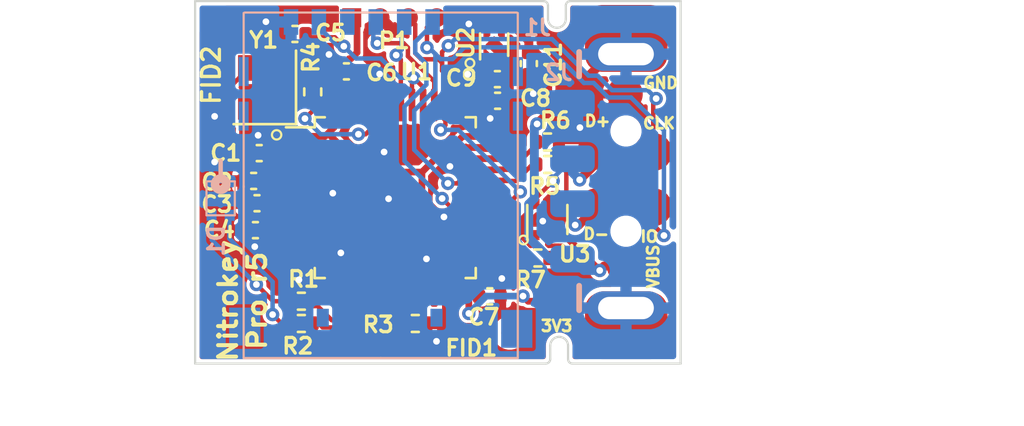
<source format=kicad_pcb>
(kicad_pcb (version 20171130) (host pcbnew 5.1.12-84ad8e8a86~92~ubuntu21.04.1)
  (title_block (title "Nitrokey Pro") (date "27 apr 2015") (rev R1))
  (layers (0 Front signal) (31 Back signal) (34 B.Paste user) (35 F.Paste user) (36 B.SilkS user) (37 F.SilkS user) (38 B.Mask user) (39 F.Mask user) (44 Edge.Cuts user))
  (net 0 "")
  (net 1 +3.3V)
  (net 2 /BOOT0)
  (net 3 /BOOT1)
  (net 4 /D+)
  (net 5 /D+_PLUG)
  (net 6 /D-)
  (net 7 /D-_PLUG)
  (net 8 /NRST)
  (net 9 /OSC_IN)
  (net 10 /OSC_OUT)
  (net 11 /SCCLK)
  (net 12 /SCRST)
  (net 13 /SCSDA)
  (net 14 /SCVCC)
  (net 15 /SWCLK)
  (net 16 /SWDIO)
  (net 17 /USB_EN)
  (net 18 /VBUS)
  (net 19 GND)
  (net 20 "Net-(D1-Pad1)")
  (net 21 "Net-(D1-Pad4)")
  (net 22 "Net-(U3-Pad1)")
  (net 23 /LED1)
  (net 24 /LED2)
  (net 25 "Net-(J1-Pad6)")
  (net 26 "Net-(U1-Pad46)")
  (net 27 "Net-(U1-Pad45)")
  (net 28 "Net-(U1-Pad43)")
  (net 29 "Net-(U1-Pad31)")
  (net 30 "Net-(U1-Pad30)")
  (net 31 "Net-(U1-Pad28)")
  (net 32 "Net-(U1-Pad27)")
  (net 33 "Net-(U1-Pad26)")
  (net 34 "Net-(U1-Pad25)")
  (net 35 "Net-(U1-Pad22)")
  (net 36 "Net-(U1-Pad21)")
  (net 37 "Net-(U1-Pad16)")
  (net 38 "Net-(U1-Pad15)")
  (net 39 "Net-(U1-Pad14)")
  (net 40 "Net-(U1-Pad13)")
  (net 41 "Net-(U1-Pad12)")
  (net 42 "Net-(U1-Pad11)")
  (net 43 "Net-(U1-Pad10)")
  (net 44 "Net-(U1-Pad4)")
  (net 45 "Net-(U1-Pad3)")
  (net 46 "Net-(U1-Pad2)")
  (module USB-A-PLUG (layer Back) (at 142.26 98.55)
    (fp_text reference J2 (at -11.23 -4.47) (layer B.SilkS) (effects (font (size 0.7 0.7)) (justify mirror)))
    (fp_text value USB_A hide)
    (pad 4 thru_hole oval (at -8.21182 6.10616 180) (size 3.50012 1.50114) (drill oval 2.49936 1.00076) (layers *.Cu *.Mask) (net 19 GND))
    (pad 4 thru_hole oval (at -8.21182 -5.29336 180) (size 3.50012 1.50114) (drill oval 2.49936 1.00076) (layers *.Cu *.Mask) (net 19 GND))
    (pad 3 smd roundrect (at -10.6124 -0.59436 180) (size 1.99898 1.19888) (layers Back B.Paste B.Mask) (net 5 /D+_PLUG))
    (pad 2 smd roundrect (at -10.6124 1.4224 180) (size 1.99898 1.19888) (layers Back B.Paste B.Mask) (net 7 /D-_PLUG))
    (pad 4 smd roundrect (at -10.6124 -3.09372 180) (size 1.99898 1.19888) (layers Back B.Paste B.Mask) (net 19 GND))
    (pad 1 smd roundrect (at -10.6124 3.90652 180) (size 1.99898 1.19888) (layers Back B.Paste B.Mask) (net 18 /VBUS))
    (pad "" np_thru_hole circle (at -8.21182 -1.84404 180) (size 1.09982 1.09982) (drill 1.09982) (layers *.Cu *.Mask))
    (pad "" np_thru_hole circle (at -8.21182 2.65684 180) (size 1.09982 1.09982) (drill 1.09982) (layers *.Cu *.Mask))
    (pad 4 smd roundrect (at -8.2 6.9 180) (size 3.7 3) (layers Front F.Mask) (net 19 GND))
    (pad 4 smd roundrect (at -8.2 -6 180) (size 3.7 3) (layers Front F.Mask) (net 19 GND))
  )
  (module Package_SON:Texas_X2SON-4_1x1mm_P0.65mm (layer Front) (at 128.135 92.83 90)
    (fp_text reference U2 (at 0.08 -1.27 90) (layer F.SilkS) (effects (font (size 0.7 0.7))))
    (fp_text value AP7340-33FS4-7)
    (pad 5 smd rect (at 0 0 135) (size 0.55 0.55) (layers Front F.Paste F.Mask) (net 19 GND))
    (pad 2 smd custom (at -0.43 0.325 90) (size 0.148492 0.148492) (layers Front) (net 19 GND) (options (clearance outline) (anchor circle)) (primitives (gr_poly (pts (xy 0.23 0.054289) (xy 0.23 0.155) (xy -0.23 0.155) (xy -0.23 -0.155) (xy 0.020711 -0.155)) (width 0))))
    (pad 3 smd custom (at 0.43 0.325 90) (size 0.148492 0.148492) (layers Front) (net 18 /VBUS) (options (clearance outline) (anchor circle)) (primitives (gr_poly (pts (xy 0.23 0.155) (xy 0.23 -0.155) (xy -0.020711 -0.155) (xy -0.23 0.054289) (xy -0.23 0.155)) (width 0))))
    (pad 4 smd custom (at 0.43 -0.325 90) (size 0.148492 0.148492) (layers Front) (net 18 /VBUS) (options (clearance outline) (anchor circle)) (primitives (gr_poly (pts (xy -0.23 -0.155) (xy 0.23 -0.155) (xy 0.23 0.155) (xy -0.020711 0.155) (xy -0.23 -0.054289)) (width 0))))
    (pad 1 smd custom (at -0.43 -0.325 90) (size 0.148492 0.148492) (layers Front) (net 1 +3.3V) (options (clearance outline) (anchor circle)) (primitives (gr_poly (pts (xy 0.23 -0.155) (xy -0.23 -0.155) (xy -0.23 0.155) (xy 0.020711 0.155) (xy 0.23 -0.054289)) (width 0))))
  )
  (module Crystal:Crystal_SMD_2520-4Pin_2.5x2.0mm (layer Front) (at 117.85 94.75 90)
    (fp_text reference Y1 (at 2.125 -0.05 180) (layer F.SilkS) (effects (font (size 0.7 0.7))))
    (fp_text value 8Z-12.000MAAJ-T)
    (pad 4 smd rect (at -0.875 -0.7 90) (size 1.15 1) (layers Front F.Paste F.Mask) (net 19 GND))
    (pad 3 smd rect (at 0.875 -0.7 90) (size 1.15 1) (layers Front F.Paste F.Mask) (net 10 /OSC_OUT))
    (pad 2 smd rect (at 0.875 0.7 90) (size 1.15 1) (layers Front F.Paste F.Mask) (net 19 GND))
    (pad 1 smd rect (at -0.875 0.7 90) (size 1.15 1) (layers Front F.Paste F.Mask) (net 9 /OSC_IN))
  )
  (module Package_QFP:LQFP-48_7x7mm_P0.5mm (layer Front) (at 123.7 99.7)
    (fp_text reference U1 (at 0.95 -5.65) (layer F.SilkS) (effects (font (size 0.7 0.7))))
    (fp_text value GD32F103CBT6)
    (pad 48 smd roundrect (at -2.75 -4.1625) (size 0.3 1.475) (layers Front F.Paste F.Mask) (net 1 +3.3V))
    (pad 47 smd roundrect (at -2.25 -4.1625) (size 0.3 1.475) (layers Front F.Paste F.Mask) (net 19 GND))
    (pad 46 smd roundrect (at -1.75 -4.1625) (size 0.3 1.475) (layers Front F.Paste F.Mask) (net 26 "Net-(U1-Pad46)"))
    (pad 45 smd roundrect (at -1.25 -4.1625) (size 0.3 1.475) (layers Front F.Paste F.Mask) (net 27 "Net-(U1-Pad45)"))
    (pad 44 smd roundrect (at -0.75 -4.1625) (size 0.3 1.475) (layers Front F.Paste F.Mask) (net 2 /BOOT0))
    (pad 43 smd roundrect (at -0.25 -4.1625) (size 0.3 1.475) (layers Front F.Paste F.Mask) (net 28 "Net-(U1-Pad43)"))
    (pad 42 smd roundrect (at 0.25 -4.1625) (size 0.3 1.475) (layers Front F.Paste F.Mask) (net 13 /SCSDA))
    (pad 41 smd roundrect (at 0.75 -4.1625) (size 0.3 1.475) (layers Front F.Paste F.Mask) (net 14 /SCVCC))
    (pad 40 smd roundrect (at 1.25 -4.1625) (size 0.3 1.475) (layers Front F.Paste F.Mask) (net 14 /SCVCC))
    (pad 39 smd roundrect (at 1.75 -4.1625) (size 0.3 1.475) (layers Front F.Paste F.Mask) (net 12 /SCRST))
    (pad 38 smd roundrect (at 2.25 -4.1625) (size 0.3 1.475) (layers Front F.Paste F.Mask) (net 17 /USB_EN))
    (pad 37 smd roundrect (at 2.75 -4.1625) (size 0.3 1.475) (layers Front F.Paste F.Mask) (net 15 /SWCLK))
    (pad 36 smd roundrect (at 4.1625 -2.75) (size 1.475 0.3) (layers Front F.Paste F.Mask) (net 1 +3.3V))
    (pad 35 smd roundrect (at 4.1625 -2.25) (size 1.475 0.3) (layers Front F.Paste F.Mask) (net 19 GND))
    (pad 34 smd roundrect (at 4.1625 -1.75) (size 1.475 0.3) (layers Front F.Paste F.Mask) (net 16 /SWDIO))
    (pad 33 smd roundrect (at 4.1625 -1.25) (size 1.475 0.3) (layers Front F.Paste F.Mask) (net 4 /D+))
    (pad 32 smd roundrect (at 4.1625 -0.75) (size 1.475 0.3) (layers Front F.Paste F.Mask) (net 6 /D-))
    (pad 31 smd roundrect (at 4.1625 -0.25) (size 1.475 0.3) (layers Front F.Paste F.Mask) (net 29 "Net-(U1-Pad31)"))
    (pad 30 smd roundrect (at 4.1625 0.25) (size 1.475 0.3) (layers Front F.Paste F.Mask) (net 30 "Net-(U1-Pad30)"))
    (pad 29 smd roundrect (at 4.1625 0.75) (size 1.475 0.3) (layers Front F.Paste F.Mask) (net 11 /SCCLK))
    (pad 28 smd roundrect (at 4.1625 1.25) (size 1.475 0.3) (layers Front F.Paste F.Mask) (net 31 "Net-(U1-Pad28)"))
    (pad 27 smd roundrect (at 4.1625 1.75) (size 1.475 0.3) (layers Front F.Paste F.Mask) (net 32 "Net-(U1-Pad27)"))
    (pad 26 smd roundrect (at 4.1625 2.25) (size 1.475 0.3) (layers Front F.Paste F.Mask) (net 33 "Net-(U1-Pad26)"))
    (pad 25 smd roundrect (at 4.1625 2.75) (size 1.475 0.3) (layers Front F.Paste F.Mask) (net 34 "Net-(U1-Pad25)"))
    (pad 24 smd roundrect (at 2.75 4.1625) (size 0.3 1.475) (layers Front F.Paste F.Mask) (net 1 +3.3V))
    (pad 23 smd roundrect (at 2.25 4.1625) (size 0.3 1.475) (layers Front F.Paste F.Mask) (net 19 GND))
    (pad 22 smd roundrect (at 1.75 4.1625) (size 0.3 1.475) (layers Front F.Paste F.Mask) (net 35 "Net-(U1-Pad22)"))
    (pad 21 smd roundrect (at 1.25 4.1625) (size 0.3 1.475) (layers Front F.Paste F.Mask) (net 36 "Net-(U1-Pad21)"))
    (pad 20 smd roundrect (at 0.75 4.1625) (size 0.3 1.475) (layers Front F.Paste F.Mask) (net 3 /BOOT1))
    (pad 19 smd roundrect (at 0.25 4.1625) (size 0.3 1.475) (layers Front F.Paste F.Mask) (net 19 GND))
    (pad 18 smd roundrect (at -0.25 4.1625) (size 0.3 1.475) (layers Front F.Paste F.Mask) (net 24 /LED2))
    (pad 17 smd roundrect (at -0.75 4.1625) (size 0.3 1.475) (layers Front F.Paste F.Mask) (net 23 /LED1))
    (pad 16 smd roundrect (at -1.25 4.1625) (size 0.3 1.475) (layers Front F.Paste F.Mask) (net 37 "Net-(U1-Pad16)"))
    (pad 15 smd roundrect (at -1.75 4.1625) (size 0.3 1.475) (layers Front F.Paste F.Mask) (net 38 "Net-(U1-Pad15)"))
    (pad 14 smd roundrect (at -2.25 4.1625) (size 0.3 1.475) (layers Front F.Paste F.Mask) (net 39 "Net-(U1-Pad14)"))
    (pad 13 smd roundrect (at -2.75 4.1625) (size 0.3 1.475) (layers Front F.Paste F.Mask) (net 40 "Net-(U1-Pad13)"))
    (pad 12 smd roundrect (at -4.1625 2.75) (size 1.475 0.3) (layers Front F.Paste F.Mask) (net 41 "Net-(U1-Pad12)"))
    (pad 11 smd roundrect (at -4.1625 2.25) (size 1.475 0.3) (layers Front F.Paste F.Mask) (net 42 "Net-(U1-Pad11)"))
    (pad 10 smd roundrect (at -4.1625 1.75) (size 1.475 0.3) (layers Front F.Paste F.Mask) (net 43 "Net-(U1-Pad10)"))
    (pad 9 smd roundrect (at -4.1625 1.25) (size 1.475 0.3) (layers Front F.Paste F.Mask) (net 1 +3.3V))
    (pad 8 smd roundrect (at -4.1625 0.75) (size 1.475 0.3) (layers Front F.Paste F.Mask) (net 19 GND))
    (pad 7 smd roundrect (at -4.1625 0.25) (size 1.475 0.3) (layers Front F.Paste F.Mask) (net 8 /NRST))
    (pad 6 smd roundrect (at -4.1625 -0.25) (size 1.475 0.3) (layers Front F.Paste F.Mask) (net 10 /OSC_OUT))
    (pad 5 smd roundrect (at -4.1625 -0.75) (size 1.475 0.3) (layers Front F.Paste F.Mask) (net 9 /OSC_IN))
    (pad 4 smd roundrect (at -4.1625 -1.25) (size 1.475 0.3) (layers Front F.Paste F.Mask) (net 44 "Net-(U1-Pad4)"))
    (pad 3 smd roundrect (at -4.1625 -1.75) (size 1.475 0.3) (layers Front F.Paste F.Mask) (net 45 "Net-(U1-Pad3)"))
    (pad 2 smd roundrect (at -4.1625 -2.25) (size 1.475 0.3) (layers Front F.Paste F.Mask) (net 46 "Net-(U1-Pad2)"))
    (pad 1 smd roundrect (at -4.1625 -2.75) (size 1.475 0.3) (layers Front F.Paste F.Mask) (net 1 +3.3V))
  )
  (module Fiducial:Fiducial_0.75mm_Mask1.5mm (layer Front) (at 115.8 91.95 180)
    (fp_text reference FID2 (at 0.35 -2.25 270) (layer F.SilkS) (effects (font (size 0.8 0.8))))
    (fp_text value Fiducial)
    (pad "" smd circle (at 0 0 180) (size 0.75 0.75) (layers Front F.Mask) (clearance 0.375))
  )
  (module Fiducial:Fiducial_0.75mm_Mask1.5mm (layer Front) (at 128.835 105.775)
    (fp_text reference FID1 (at -1.725 0.675) (layer F.SilkS) (effects (font (size 0.7 0.7))))
    (fp_text value Fiducial)
    (pad "" smd circle (at 0 0) (size 0.75 0.75) (layers Front F.Mask) (clearance 0.375))
  )
  (module TestPoint:TestPoint_Pad_D1.5mm (layer Front) (at 130.86 104.35)
    (fp_text reference TP1 hide)
    (fp_text value TestPoint)
    (pad 1 smd circle (at 0 0) (size 1.5 1.5) (layers Front F.Mask) (net 1 +3.3V))
  )
  (module molex78646-3001 (layer Back) (at 123.04892 99.17904 270)
    (fp_text reference J1 (at -7.112 -7.0231 180) (layer B.SilkS) (effects (font (size 0.7 0.7)) (justify mirror)))
    (fp_text value SIM_JACKET hide)
    (pad 1 smd trapezoid (at -7.366 2.77368 270) (size 1.15062 0.65024) (layers Back B.Paste B.Mask) (net 14 /SCVCC))
    (pad 5 smd trapezoid (at -7.366 4.02336 270) (size 1.15062 0.65024) (layers Back B.Paste B.Mask) (net 19 GND))
    (pad 6 smd trapezoid (at -7.366 1.4986 270) (size 1.15062 0.65024) (layers Back B.Paste B.Mask) (net 25 "Net-(J1-Pad6)"))
    (pad 2 smd trapezoid (at -7.366 0.22352 270) (size 1.15062 0.65024) (layers Back B.Paste B.Mask) (net 12 /SCRST))
    (pad 7 smd trapezoid (at -7.366 -1.05156 270) (size 1.15062 0.65024) (layers Back B.Paste B.Mask) (net 13 /SCSDA))
    (pad 3 smd trapezoid (at -7.366 -2.32664 270) (size 1.15062 0.65024) (layers Back B.Paste B.Mask) (net 11 /SCCLK))
    (pad GND smd trapezoid (at -5.14096 6.1468 270) (size 1.30048 0.44958) (layers Back B.Paste B.Mask))
    (pad GND smd trapezoid (at -3.13944 6.1468 270) (size 1.30048 0.44958) (layers Back B.Paste B.Mask))
    (pad GND smd trapezoid (at -3.13944 -6.15188 270) (size 1.30048 0.44958) (layers Back B.Paste B.Mask))
    (pad GND smd trapezoid (at -5.14096 -6.15188 270) (size 1.30048 0.44958) (layers Back B.Paste B.Mask))
    (pad 14 smd trapezoid (at 6.30936 6.09854 270) (size 1.69926 1.39954) (layers Back B.Paste B.Mask))
    (pad 15 smd trapezoid (at 6.41096 -6.10108 270) (size 1.69926 1.39954) (layers Back B.Paste B.Mask))
    (pad 10 smd trapezoid (at 5.91058 2.59842 270) (size 0.8001 0.54102) (layers Back B.Paste B.Mask))
    (pad 11 smd trapezoid (at 5.91058 -2.5019 270) (size 0.8001 0.54102) (layers Back B.Paste B.Mask))
  )
  (module Package_TO_SOT_SMD:SOT-553 (layer Front) (at 130.52 100.68 90)
    (fp_text reference U3 (at -1.55 1.23 180) (layer F.SilkS) (effects (font (size 0.7 0.7))))
    (fp_text value DF5A5.6JE)
    (pad 4 smd rect (at 0.7 0.5 90) (size 0.45 0.3) (layers Front F.Paste F.Mask) (net 7 /D-_PLUG))
    (pad 2 smd rect (at -0.7 0 90) (size 0.45 0.3) (layers Front F.Paste F.Mask) (net 19 GND))
    (pad 5 smd rect (at 0.7 -0.5 90) (size 0.45 0.3) (layers Front F.Paste F.Mask) (net 5 /D+_PLUG))
    (pad 3 smd rect (at -0.7 0.5 90) (size 0.45 0.3) (layers Front F.Paste F.Mask) (net 18 /VBUS))
    (pad 1 smd rect (at -0.7 -0.5 90) (size 0.45 0.3) (layers Front F.Paste F.Mask) (net 22 "Net-(U3-Pad1)"))
  )
  (module Resistor_SMD:R_0402_1005Metric (layer Front) (at 130.54 98.21)
    (fp_text reference R5 (at -0.14 0.98) (layer F.SilkS) (effects (font (size 0.7 0.7))))
    (fp_text value 22)
    (pad 2 smd roundrect (at 0.51 0) (size 0.54 0.64) (layers Front F.Paste F.Mask) (net 7 /D-_PLUG))
    (pad 1 smd roundrect (at -0.51 0) (size 0.54 0.64) (layers Front F.Paste F.Mask) (net 6 /D-))
  )
  (module Resistor_SMD:R_0402_1005Metric (layer Front) (at 130.1 102.41 180)
    (fp_text reference R7 (at 0.34 -0.98) (layer F.SilkS) (effects (font (size 0.7 0.7))))
    (fp_text value 1.5k)
    (pad 2 smd roundrect (at 0.51 0 180) (size 0.54 0.64) (layers Front F.Paste F.Mask) (net 17 /USB_EN))
    (pad 1 smd roundrect (at -0.51 0 180) (size 0.54 0.64) (layers Front F.Paste F.Mask) (net 5 /D+_PLUG))
  )
  (module Resistor_SMD:R_0402_1005Metric (layer Front) (at 130.53 97.2)
    (fp_text reference R6 (at 0.35 -0.97) (layer F.SilkS) (effects (font (size 0.7 0.7))))
    (fp_text value 22)
    (pad 2 smd roundrect (at 0.51 0) (size 0.54 0.64) (layers Front F.Paste F.Mask) (net 5 /D+_PLUG))
    (pad 1 smd roundrect (at -0.51 0) (size 0.54 0.64) (layers Front F.Paste F.Mask) (net 4 /D+))
  )
  (module Resistor_SMD:R_0402_1005Metric (layer Front) (at 120 94.95 270)
    (fp_text reference R4 (at -1.55 0.08 90) (layer F.SilkS) (effects (font (size 0.7 0.7))))
    (fp_text value 10k)
    (pad 2 smd roundrect (at 0.51 0 270) (size 0.54 0.64) (layers Front F.Paste F.Mask) (net 2 /BOOT0))
    (pad 1 smd roundrect (at -0.51 0 270) (size 0.54 0.64) (layers Front F.Paste F.Mask) (net 19 GND))
  )
  (module Resistor_SMD:R_0402_1005Metric (layer Front) (at 124.6 105.35 180)
    (fp_text reference R3 (at 1.664 -0.05) (layer F.SilkS) (effects (font (size 0.7 0.7))))
    (fp_text value 10k)
    (pad 2 smd roundrect (at 0.51 0 180) (size 0.54 0.64) (layers Front F.Paste F.Mask) (net 3 /BOOT1))
    (pad 1 smd roundrect (at -0.51 0 180) (size 0.54 0.64) (layers Front F.Paste F.Mask) (net 19 GND))
  )
  (module Resistor_SMD:R_0402_1005Metric (layer Front) (at 119.49 105.35)
    (fp_text reference R2 (at -0.16 1.01) (layer F.SilkS) (effects (font (size 0.7 0.7))))
    (fp_text value 499R)
    (pad 2 smd roundrect (at 0.51 0) (size 0.54 0.64) (layers Front F.Paste F.Mask) (net 24 /LED2))
    (pad 1 smd roundrect (at -0.51 0) (size 0.54 0.64) (layers Front F.Paste F.Mask) (net 21 "Net-(D1-Pad4)"))
  )
  (module Resistor_SMD:R_0402_1005Metric (layer Front) (at 119.49 104.35)
    (fp_text reference R1 (at 0.1 -0.99) (layer F.SilkS) (effects (font (size 0.7 0.7))))
    (fp_text value 499R)
    (pad 2 smd roundrect (at 0.51 0) (size 0.54 0.64) (layers Front F.Paste F.Mask) (net 23 /LED1))
    (pad 1 smd roundrect (at -0.51 0) (size 0.54 0.64) (layers Front F.Paste F.Mask) (net 20 "Net-(D1-Pad1)"))
  )
  (module Capacitor_SMD:C_0402_1005Metric (layer Front) (at 129.69 93.68 270)
    (fp_text reference C11 (at 0.06 -1.1 90) (layer F.SilkS) (effects (font (size 0.7 0.7))))
    (fp_text value 4.7uF)
    (pad 2 smd roundrect (at 0.48 0 270) (size 0.56 0.62) (layers Front F.Paste F.Mask) (net 19 GND))
    (pad 1 smd roundrect (at -0.48 0 270) (size 0.56 0.62) (layers Front F.Paste F.Mask) (net 18 /VBUS))
  )
  (module Capacitor_SMD:C_0402_1005Metric (layer Front) (at 128.28 94.38)
    (fp_text reference C9 (at -1.62 -0.05) (layer F.SilkS) (effects (font (size 0.7 0.7))))
    (fp_text value 4.7uF)
    (pad 2 smd roundrect (at 0.48 0) (size 0.56 0.62) (layers Front F.Paste F.Mask) (net 19 GND))
    (pad 1 smd roundrect (at -0.48 0) (size 0.56 0.62) (layers Front F.Paste F.Mask) (net 1 +3.3V))
  )
  (module Capacitor_SMD:C_0402_1005Metric (layer Front) (at 128.29 95.35 180)
    (fp_text reference C8 (at -1.7 0.11) (layer F.SilkS) (effects (font (size 0.7 0.7))))
    (fp_text value 0.1uF)
    (pad 2 smd roundrect (at 0.48 0 180) (size 0.56 0.62) (layers Front F.Paste F.Mask) (net 1 +3.3V))
    (pad 1 smd roundrect (at -0.48 0 180) (size 0.56 0.62) (layers Front F.Paste F.Mask) (net 19 GND))
  )
  (module Capacitor_SMD:C_0402_1005Metric (layer Front) (at 127.94 104.13 180)
    (fp_text reference C7 (at 0.27 -0.93) (layer F.SilkS) (effects (font (size 0.7 0.7))))
    (fp_text value 0.1uF)
    (pad 2 smd roundrect (at 0.48 0 180) (size 0.56 0.62) (layers Front F.Paste F.Mask) (net 1 +3.3V))
    (pad 1 smd roundrect (at -0.48 0 180) (size 0.56 0.62) (layers Front F.Paste F.Mask) (net 19 GND))
  )
  (module Capacitor_SMD:C_0402_1005Metric (layer Front) (at 121.51 94.03)
    (fp_text reference C6 (at 1.58 0.06) (layer F.SilkS) (effects (font (size 0.7 0.7))))
    (fp_text value 0.1uF)
    (pad 2 smd roundrect (at 0.48 0) (size 0.56 0.62) (layers Front F.Paste F.Mask) (net 19 GND))
    (pad 1 smd roundrect (at -0.48 0) (size 0.56 0.62) (layers Front F.Paste F.Mask) (net 1 +3.3V))
  )
  (module Capacitor_SMD:C_0402_1005Metric (layer Front) (at 119.2 92.35 180)
    (fp_text reference C5 (at -1.6 0.05) (layer F.SilkS) (effects (font (size 0.7 0.7))))
    (fp_text value 0.1uF)
    (pad 2 smd roundrect (at 0.48 0 180) (size 0.56 0.62) (layers Front F.Paste F.Mask) (net 19 GND))
    (pad 1 smd roundrect (at -0.48 0 180) (size 0.56 0.62) (layers Front F.Paste F.Mask) (net 14 /SCVCC))
  )
  (module Capacitor_SMD:C_0402_1005Metric (layer Front) (at 117.43 101.16 180)
    (fp_text reference C4 (at 1.62 0.02) (layer F.SilkS) (effects (font (size 0.7 0.7))))
    (fp_text value 0.1uF)
    (pad 2 smd roundrect (at 0.48 0 180) (size 0.56 0.62) (layers Front F.Paste F.Mask) (net 19 GND))
    (pad 1 smd roundrect (at -0.48 0 180) (size 0.56 0.62) (layers Front F.Paste F.Mask) (net 1 +3.3V))
  )
  (module Capacitor_SMD:C_0402_1005Metric (layer Front) (at 117.5 99.95 180)
    (fp_text reference C3 (at 1.8 -0.05) (layer F.SilkS) (effects (font (size 0.7 0.7))))
    (fp_text value 0.1uF)
    (pad 2 smd roundrect (at 0.48 0 180) (size 0.56 0.62) (layers Front F.Paste F.Mask) (net 19 GND))
    (pad 1 smd roundrect (at -0.48 0 180) (size 0.56 0.62) (layers Front F.Paste F.Mask) (net 8 /NRST))
  )
  (module Capacitor_SMD:C_0402_1005Metric (layer Front) (at 117.35 98.95 180)
    (fp_text reference C2 (at 1.65 -0.05) (layer F.SilkS) (effects (font (size 0.7 0.7))))
    (fp_text value 4.7pF)
    (pad 2 smd roundrect (at 0.48 0 180) (size 0.56 0.62) (layers Front F.Paste F.Mask) (net 19 GND))
    (pad 1 smd roundrect (at -0.48 0 180) (size 0.56 0.62) (layers Front F.Paste F.Mask) (net 10 /OSC_OUT))
  )
  (module Capacitor_SMD:C_0402_1005Metric (layer Front) (at 117.6 97.7 180)
    (fp_text reference C1 (at 1.5 0) (layer F.SilkS) (effects (font (size 0.7 0.7))))
    (fp_text value 4.7pF)
    (pad 2 smd roundrect (at 0.48 0 180) (size 0.56 0.62) (layers Front F.Paste F.Mask) (net 19 GND))
    (pad 1 smd roundrect (at -0.48 0 180) (size 0.56 0.62) (layers Front F.Paste F.Mask) (net 9 /OSC_IN))
  )
  (module SIL-2-2-drilled-offset (layer Front) (at 123.655 91.62)
    (fp_text reference P1 (at -0.005 1.03) (layer F.SilkS) (effects (font (size 0.7 0.7))))
    (fp_text value CONN_4 hide)
    (pad 2 smd circle (at -0.635 0) (size 0.85 0.85) (layers Front F.Mask) (net 19 GND) (clearance 0.0508))
    (pad 3 smd circle (at 0.635 0) (size 0.85 0.85) (layers Front F.Mask) (net 15 /SWCLK) (clearance 0.0508))
    (pad 1 smd rect (at -1.905 0) (size 0.85 0.85) (layers Front F.Mask) (net 1 +3.3V) (clearance 0.0508))
    (pad 4 smd circle (at 1.905 0) (size 0.85 0.85) (layers Front F.Mask) (net 16 /SWDIO) (clearance 0.0508))
  )
  (module KPHBM-2012SURKCGKC (layer Back) (at 115.87 99.73 270)
    (fp_text reference D1 (at 1.91 0.2 270) (layer B.SilkS) (effects (font (size 0.7 0.7)) (justify mirror)))
    (fp_text value KPHBM-2012SURKCGKC hide)
    (pad 1 smd trapezoid (at 0.762 0.4064 270) (size 0.50038 0.44958) (layers Back B.Paste B.Mask) (net 20 "Net-(D1-Pad1)") (clearance 0.0508))
    (pad 2 smd trapezoid (at -0.762 0.4064 270) (size 0.50038 0.44958) (layers Back B.Paste B.Mask) (net 19 GND) (clearance 0.0508))
    (pad 4 smd trapezoid (at 0.762 -0.4064 270) (size 0.50038 0.44958) (layers Back B.Paste B.Mask) (net 21 "Net-(D1-Pad4)") (clearance 0.0508))
    (pad 3 smd trapezoid (at -0.762 -0.4064 270) (size 0.50038 0.44958) (layers Back B.Paste B.Mask) (net 19 GND) (clearance 0.0508))
  )
  (module footprints:Prog_Pad_Circular (layer Front) (at 134 95.05)
    (fp_text reference p1 hide)
    (fp_text value debug-pin)
    (pad 1 smd circle (at 0 0) (size 1.6 1.6) (layers Front F.Mask) (net 19 GND))
  )
  (module footprints:Prog_Pad_Circular (layer Front) (at 132.73 97.59)
    (fp_text reference p2 hide)
    (fp_text value debug-pin)
    (pad 1 smd circle (at 0 0) (size 1.7 1.7) (layers Front F.Mask) (net 5 /D+_PLUG))
  )
  (module footprints:Prog_Pad_Circular (layer Front) (at 132.73 100.13)
    (fp_text reference p3 hide)
    (fp_text value debug-pin)
    (pad 1 smd circle (at 0 0) (size 1.7 1.7) (layers Front F.Mask) (net 7 /D-_PLUG))
  )
  (module footprints:Prog_Pad_Circular (layer Front) (at 133.99 102.77)
    (fp_text reference p4 hide)
    (fp_text value PROG_VCC)
    (pad 1 smd circle (at 0 0) (size 1.6 1.6) (layers Front F.Mask) (net 18 /VBUS))
  )
  (module footprints:Prog_Pad_Circular (layer Front) (at 135.27 97.65)
    (fp_text reference p5 hide)
    (fp_text value debug-pin)
    (pad 1 smd circle (at 0 0) (size 1.7 1.7) (layers Front F.Mask) (net 15 /SWCLK))
  )
  (module footprints:Prog_Pad_Circular (layer Front) (at 135.27 100.13)
    (fp_text reference p6 hide)
    (fp_text value debug-pin)
    (pad 1 smd circle (at 0 0) (size 1.7 1.7) (layers Front F.Mask) (net 16 /SWDIO))
  )
  (gr_circle (center 129.45 101.6) (end 129.64 101.55) (layer F.SilkS) (width 0.09906))
  (gr_circle (center 127.05 93.66) (end 127.24 93.61) (layer F.SilkS) (width 0.09906))
  (gr_text 3V3 (at 130.94 105.46) (layer F.SilkS) (effects (font (size 0.5 0.5) (thickness 0.125))))
  (gr_circle (center 118.38 96.88) (end 118.57 96.79) (layer F.SilkS) (width 0.09906))
  (gr_line (start 115.87 98.05) (end 115.87 98.86) (layer B.SilkS) (width 0.2))
  (gr_arc (start 131.650249 106.949751) (end 131.45 106.949751) (angle -90) (layer Edge.Cuts) (width 0.09906))
  (gr_line (start 130.550249 91.075249) (end 130.55 91.675) (angle 90) (layer Edge.Cuts) (width 0.09906))
  (gr_arc (start 131.05 106.35) (end 131.05 105.95) (angle 90) (layer Edge.Cuts) (width 0.09906))
  (gr_arc (start 131.05 106.35) (end 131.05 105.95) (angle -90) (layer Edge.Cuts) (width 0.09906))
  (gr_arc (start 130.45 106.949751) (end 130.45 107.15) (angle -90) (layer Edge.Cuts) (width 0.09906))
  (gr_arc (start 130.35 91.075249) (end 130.550249 91.075249) (angle -90) (layer Edge.Cuts) (width 0.09906))
  (gr_arc (start 130.95 91.675) (end 130.95 92.075) (angle 90) (layer Edge.Cuts) (width 0.09906))
  (gr_arc (start 130.95 91.675) (end 130.95 92.075) (angle -90) (layer Edge.Cuts) (width 0.09906))
  (gr_arc (start 131.55 91.075249) (end 131.55 90.875) (angle -90) (layer Edge.Cuts) (width 0.09906))
  (gr_text GND (at 135.6 94.55) (layer F.SilkS) (effects (font (size 0.5 0.5) (thickness 0.125))))
  (gr_text VBUS (at 135.27 102.79 90) (layer F.SilkS) (effects (font (size 0.5 0.5) (thickness 0.125))))
  (gr_text D- (at 132.71 101.33) (layer F.SilkS) (effects (font (size 0.5 0.5) (thickness 0.125))))
  (gr_text IO (at 135.09 101.45) (layer F.SilkS) (effects (font (size 0.5 0.5) (thickness 0.125))))
  (gr_text CLK (at 135.53 96.36) (layer F.SilkS) (effects (font (size 0.5 0.5) (thickness 0.125))))
  (gr_text D+ (at 132.77 96.26) (layer F.SilkS) (effects (font (size 0.5 0.5) (thickness 0.125))))
  (gr_text "Nitrokey\nPro r5" (at 116.85 104.33 90) (layer F.SilkS) (effects (font (size 0.81 0.9) (thickness 0.18))))
  (gr_line (start 114.725 90.875) (end 114.725 107.15) (angle 90) (layer Edge.Cuts) (width 0.09906))
  (gr_line (start 131.55 90.875) (end 136.5 90.875) (angle 90) (layer Edge.Cuts) (width 0.09906))
  (gr_line (start 130.35 90.875) (end 114.725 90.875) (angle 90) (layer Edge.Cuts) (width 0.09906))
  (gr_line (start 131.349751 91.075249) (end 131.35 91.675) (angle 90) (layer Edge.Cuts) (width 0.09906))
  (gr_line (start 130.45 107.15) (end 114.725 107.15) (angle 90) (layer Edge.Cuts) (width 0.09906))
  (gr_line (start 131.650249 107.15) (end 136.5 107.15) (angle 90) (layer Edge.Cuts) (width 0.09906))
  (gr_line (start 130.65 106.35) (end 130.650249 106.949751) (angle 90) (layer Edge.Cuts) (width 0.09906))
  (gr_line (start 131.45 106.949751) (end 131.45 106.35) (angle 90) (layer Edge.Cuts) (width 0.09906))
  (gr_line (start 136.5 107.15) (end 136.5 90.875) (angle 90) (layer Edge.Cuts) (width 0.09906))
  (segment (start 120.95 95.5375) (end 120.95 94.220968) (width 0.2) (layer Front) (net 1))
  (segment (start 120.95 94.220968) (end 121.987098 93.18387) (width 0.2) (layer Front) (net 1))
  (segment (start 127.81 95.35) (end 127.81 94.37) (width 0.2) (layer Front) (net 1))
  (segment (start 127.82 95.34) (end 127.82 95.23) (width 0.2) (layer Front) (net 1))
  (segment (start 127.35 95.81) (end 127.82 95.34) (width 0.2) (layer Front) (net 1))
  (segment (start 127.81 94.37) (end 127.81 93.26) (width 0.2) (layer Front) (net 1))
  (segment (start 125.742991 97.707009) (end 124.9 98.55) (width 0.3) (layer Front) (net 1))
  (segment (start 125.962989 97.707009) (end 125.742991 97.707009) (width 0.3) (layer Front) (net 1))
  (segment (start 126.719998 96.95) (end 125.962989 97.707009) (width 0.3) (layer Front) (net 1))
  (segment (start 127.8625 96.95) (end 126.719998 96.95) (width 0.3) (layer Front) (net 1))
  (segment (start 119.5375 100.95) (end 120.63 100.95) (width 0.3) (layer Front) (net 1))
  (segment (start 123.03 98.55) (end 124.9 98.55) (width 0.3) (layer Front) (net 1))
  (segment (start 119.5375 96.95) (end 120.55 96.95) (width 0.3) (layer Front) (net 1))
  (segment (start 120.95 96.55) (end 120.95 95.5375) (width 0.3) (layer Front) (net 1))
  (segment (start 120.77 96.73) (end 120.77 96.9) (width 0.3) (layer Front) (net 1))
  (segment (start 120.55 96.95) (end 120.77 96.73) (width 0.3) (layer Front) (net 1))
  (segment (start 120.77 96.73) (end 120.95 96.55) (width 0.3) (layer Front) (net 1))
  (segment (start 122.72 98.85) (end 122.73 98.85) (width 0.3) (layer Front) (net 1))
  (segment (start 120.77 96.9) (end 122.72 98.85) (width 0.3) (layer Front) (net 1))
  (segment (start 122.73 98.85) (end 123.03 98.55) (width 0.3) (layer Front) (net 1))
  (segment (start 120.63 100.95) (end 122.73 98.85) (width 0.3) (layer Front) (net 1))
  (segment (start 120.95 94.09) (end 120.99 94.05) (width 0.3) (layer Front) (net 1))
  (segment (start 120.95 95.5375) (end 120.95 94.09) (width 0.3) (layer Front) (net 1))
  (segment (start 121.707978 93.46299) (end 121.987098 93.18387) (width 0.3) (layer Front) (net 1))
  (segment (start 120.99 94.05) (end 121.050258 94.05) (width 0.3) (layer Front) (net 1))
  (segment (start 121.637268 93.46299) (end 121.707978 93.46299) (width 0.3) (layer Front) (net 1))
  (segment (start 121.050258 94.05) (end 121.637268 93.46299) (width 0.3) (layer Front) (net 1))
  (segment (start 121.987098 93.18387) (end 121.987098 91.857098) (width 0.3) (layer Front) (net 1))
  (segment (start 121.987098 91.857098) (end 121.75 91.62) (width 0.3) (layer Front) (net 1))
  (segment (start 117.9 101.15) (end 118.6 101.15) (width 0.3) (layer Front) (net 1))
  (segment (start 118.6 101.15) (end 118.8 100.95) (width 0.3) (layer Front) (net 1))
  (segment (start 118.8 100.95) (end 119.5375 100.95) (width 0.3) (layer Front) (net 1))
  (segment (start 127.81 95.35) (end 127.35 95.81) (width 0.3) (layer Front) (net 1))
  (segment (start 127.5 96.95) (end 127.8625 96.95) (width 0.3) (layer Front) (net 1))
  (segment (start 127.35 96.8) (end 127.5 96.95) (width 0.3) (layer Front) (net 1))
  (segment (start 127.35 95.81) (end 127.35 96.8) (width 0.3) (layer Front) (net 1))
  (segment (start 126.7175 104.13) (end 126.45 103.8625) (width 0.3) (layer Front) (net 1))
  (via (at 129.43 104.12) (size 0.6) (drill 0.3) (layers Front Back) (net 1))
  (segment (start 129.66 104.35) (end 129.43 104.12) (width 0.3) (layer Front) (net 1))
  (segment (start 130.86 104.35) (end 129.66 104.35) (width 0.3) (layer Front) (net 1))
  (via (at 127 104.9) (size 0.6) (drill 0.3) (layers Front Back) (net 1))
  (segment (start 127.78 104.12) (end 127 104.9) (width 0.3) (layer Back) (net 1))
  (segment (start 129.43 104.12) (end 127.78 104.12) (width 0.3) (layer Back) (net 1))
  (segment (start 127 104.17) (end 126.96 104.13) (width 0.3) (layer Front) (net 1))
  (segment (start 127 104.9) (end 127 104.17) (width 0.3) (layer Front) (net 1))
  (segment (start 126.96 104.13) (end 126.7175 104.13) (width 0.3) (layer Front) (net 1))
  (segment (start 127.46 104.13) (end 126.96 104.13) (width 0.3) (layer Front) (net 1))
  (segment (start 124.897619 98.552381) (end 124.897619 100.418907) (width 0.3) (layer Front) (net 1))
  (segment (start 124.9 98.55) (end 124.897619 98.552381) (width 0.3) (layer Front) (net 1))
  (segment (start 126.45 101.971288) (end 126.45 103.8625) (width 0.3) (layer Front) (net 1))
  (segment (start 124.897619 100.418907) (end 126.45 101.971288) (width 0.3) (layer Front) (net 1))
  (via (at 119.65 96.15) (size 0.6) (drill 0.3) (layers Front Back) (net 2))
  (segment (start 120 95.8) (end 119.65 96.15) (width 0.2) (layer Front) (net 2))
  (segment (start 120 95.46) (end 120 95.8) (width 0.2) (layer Front) (net 2))
  (via (at 122.0479 96.852594) (size 0.6) (drill 0.3) (layers Front Back) (net 2))
  (segment (start 122.95 95.5375) (end 122.95 96.275) (width 0.2) (layer Front) (net 2))
  (segment (start 119.65 96.15) (end 120.352594 96.852594) (width 0.2) (layer Back) (net 2))
  (segment (start 120.352594 96.852594) (end 122.0479 96.852594) (width 0.2) (layer Back) (net 2))
  (segment (start 122.95 96.275) (end 122.372406 96.852594) (width 0.2) (layer Front) (net 2))
  (segment (start 122.372406 96.852594) (end 122.0479 96.852594) (width 0.2) (layer Front) (net 2))
  (segment (start 124.45 104.98) (end 124.45 103.8625) (width 0.2) (layer Front) (net 3))
  (segment (start 124.13 105.3) (end 124.45 104.98) (width 0.2) (layer Front) (net 3))
  (segment (start 130.02 97.33) (end 130.02 97.2) (width 0.2) (layer Front) (net 4))
  (segment (start 128.9 98.45) (end 130.02 97.33) (width 0.2) (layer Front) (net 4))
  (segment (start 127.8625 98.45) (end 128.9 98.45) (width 0.2) (layer Front) (net 4))
  (segment (start 132.34 97.2) (end 132.73 97.59) (width 0.2) (layer Front) (net 5))
  (segment (start 131.04 97.2) (end 132.34 97.2) (width 0.2) (layer Front) (net 5))
  (segment (start 129.41 100.59) (end 130.02 99.98) (width 0.2) (layer Front) (net 5))
  (segment (start 129.76 101.86) (end 129.41 101.51) (width 0.2) (layer Front) (net 5))
  (segment (start 130.61 102.41) (end 130.06 101.86) (width 0.2) (layer Front) (net 5))
  (segment (start 130.06 101.86) (end 129.76 101.86) (width 0.2) (layer Front) (net 5))
  (segment (start 129.41 101.51) (end 129.41 100.59) (width 0.2) (layer Front) (net 5))
  (via (at 131.97 98.9) (size 0.6) (drill 0.3) (layers Front Back) (net 5))
  (segment (start 132.73 97.59) (end 132.73 98.14) (width 0.4) (layer Front) (net 5))
  (segment (start 132.73 98.14) (end 131.97 98.9) (width 0.4) (layer Front) (net 5))
  (segment (start 131.6476 97.95564) (end 131.6476 98.5776) (width 0.4) (layer Back) (net 5))
  (segment (start 131.6476 98.5776) (end 131.97 98.9) (width 0.4) (layer Back) (net 5))
  (segment (start 130.78 98.95) (end 130.78 98.82324) (width 0.2) (layer Back) (net 5))
  (segment (start 130.02 99.71) (end 130.02 99.98) (width 0.2) (layer Front) (net 5))
  (segment (start 130.78 98.82324) (end 131.6476 97.95564) (width 0.2) (layer Back) (net 5))
  (segment (start 130.78 98.95) (end 130.02 99.71) (width 0.2) (layer Front) (net 5))
  (via (at 130.78 98.95) (size 0.6) (drill 0.3) (layers Front Back) (net 5))
  (segment (start 129.85 98.21) (end 130.03 98.21) (width 0.2) (layer Front) (net 6))
  (segment (start 129.11 98.95) (end 129.85 98.21) (width 0.2) (layer Front) (net 6))
  (segment (start 127.8625 98.95) (end 129.11 98.95) (width 0.2) (layer Front) (net 6))
  (segment (start 132.58 99.98) (end 132.73 100.13) (width 0.2) (layer Front) (net 7))
  (segment (start 131.02 99.98) (end 132.58 99.98) (width 0.2) (layer Front) (net 7))
  (segment (start 131.527919 100.13) (end 132.73 100.13) (width 0.2) (layer Front) (net 7))
  (segment (start 131.05 98.21) (end 131.372998 98.532998) (width 0.2) (layer Front) (net 7))
  (segment (start 131.372998 99.975079) (end 131.527919 100.13) (width 0.2) (layer Front) (net 7))
  (segment (start 131.372998 98.532998) (end 131.372998 99.975079) (width 0.2) (layer Front) (net 7))
  (via (at 131.77 100.93) (size 0.6) (drill 0.3) (layers Front Back) (net 7))
  (segment (start 131.6476 99.9724) (end 131.6476 100.8076) (width 0.4) (layer Back) (net 7))
  (segment (start 132.73 100.13) (end 131.93 100.93) (width 0.4) (layer Front) (net 7))
  (segment (start 131.93 100.93) (end 131.77 100.93) (width 0.4) (layer Front) (net 7))
  (segment (start 131.6476 100.8076) (end 131.77 100.93) (width 0.4) (layer Back) (net 7))
  (segment (start 119.5375 99.95) (end 117.98 99.95) (width 0.2) (layer Front) (net 8))
  (segment (start 118.08 98.23) (end 118.08 97.7) (width 0.2) (layer Front) (net 9))
  (segment (start 118.8 98.95) (end 118.08 98.23) (width 0.2) (layer Front) (net 9))
  (segment (start 119.5375 98.95) (end 118.8 98.95) (width 0.2) (layer Front) (net 9))
  (segment (start 118.08 96.095) (end 118.55 95.625) (width 0.2) (layer Front) (net 9))
  (segment (start 118.08 97.7) (end 118.08 96.095) (width 0.2) (layer Front) (net 9))
  (segment (start 118.33 99.45) (end 117.83 98.95) (width 0.2) (layer Front) (net 10))
  (segment (start 119.5375 99.45) (end 118.33 99.45) (width 0.2) (layer Front) (net 10))
  (segment (start 117.83 98.95) (end 117.83 98.93) (width 0.2) (layer Front) (net 10))
  (segment (start 117.13701 98.23701) (end 116.73701 98.23701) (width 0.2) (layer Front) (net 10))
  (segment (start 117.83 98.93) (end 117.13701 98.23701) (width 0.2) (layer Front) (net 10))
  (segment (start 116.73701 98.23701) (end 116.45 97.95) (width 0.2) (layer Front) (net 10))
  (segment (start 116.45 97.95) (end 116.45 96.6) (width 0.2) (layer Front) (net 10))
  (segment (start 116.127001 94.897999) (end 117.15 93.875) (width 0.2) (layer Front) (net 10))
  (segment (start 116.127001 96.277001) (end 116.127001 94.897999) (width 0.2) (layer Front) (net 10))
  (segment (start 116.45 96.6) (end 116.127001 96.277001) (width 0.2) (layer Front) (net 10))
  (segment (start 127.8625 100.45) (end 126.513549 100.45) (width 0.2) (layer Front) (net 11))
  (segment (start 126.513549 100.45) (end 125.801631 99.738082) (width 0.2) (layer Front) (net 11))
  (via (at 125.801631 99.738082) (size 0.6) (drill 0.3) (layers Front Back) (net 11))
  (segment (start 124.114831 98.051282) (end 125.801631 99.738082) (width 0.2) (layer Back) (net 11))
  (segment (start 124.114831 95.605169) (end 124.114831 98.051282) (width 0.2) (layer Back) (net 11))
  (segment (start 125.097039 94.622961) (end 124.114831 95.605169) (width 0.2) (layer Back) (net 11))
  (segment (start 125.097039 93.696444) (end 125.097039 94.622961) (width 0.2) (layer Back) (net 11))
  (segment (start 124.595639 93.195044) (end 125.097039 93.696444) (width 0.2) (layer Back) (net 11))
  (segment (start 124.595639 92.704361) (end 124.595639 93.195044) (width 0.2) (layer Back) (net 11))
  (segment (start 125.26664 92.03336) (end 124.595639 92.704361) (width 0.2) (layer Back) (net 11))
  (segment (start 125.26664 91.814) (end 125.26664 92.03336) (width 0.2) (layer Back) (net 11))
  (segment (start 124.268627 93.349892) (end 124.268627 92.961055) (width 0.2) (layer Front) (net 12))
  (segment (start 125.45 94.487388) (end 124.778103 93.815491) (width 0.2) (layer Front) (net 12))
  (segment (start 124.268627 92.961055) (end 124.073217 92.765645) (width 0.2) (layer Front) (net 12))
  (segment (start 124.734226 93.815491) (end 124.268627 93.349892) (width 0.2) (layer Front) (net 12))
  (segment (start 124.073217 92.765645) (end 122.891119 92.765645) (width 0.2) (layer Front) (net 12))
  (segment (start 125.45 95.5375) (end 125.45 94.487388) (width 0.2) (layer Front) (net 12))
  (segment (start 122.71648 92.591006) (end 122.891119 92.765645) (width 0.2) (layer Back) (net 12))
  (via (at 122.891119 92.765645) (size 0.6) (drill 0.3) (layers Front Back) (net 12))
  (segment (start 124.778103 93.815491) (end 124.734226 93.815491) (width 0.2) (layer Front) (net 12))
  (segment (start 122.71648 91.814) (end 122.71648 92.591006) (width 0.2) (layer Back) (net 12))
  (via (at 123.741617 93.3) (size 0.6) (drill 0.3) (layers Front Back) (net 13))
  (segment (start 123.95 93.508383) (end 123.741617 93.3) (width 0.2) (layer Front) (net 13))
  (segment (start 123.95 95.5375) (end 123.95 93.508383) (width 0.2) (layer Front) (net 13))
  (segment (start 123.99156 93.050057) (end 123.741617 93.3) (width 0.2) (layer Back) (net 13))
  (segment (start 123.99156 91.814) (end 123.99156 93.050057) (width 0.2) (layer Back) (net 13))
  (segment (start 124.45 94.395561) (end 124.528914 94.316647) (width 0.2) (layer Front) (net 14))
  (segment (start 124.95 94.737733) (end 124.528914 94.316647) (width 0.2) (layer Front) (net 14))
  (segment (start 124.95 95.5375) (end 124.95 94.737733) (width 0.2) (layer Front) (net 14))
  (segment (start 124.45 95.5375) (end 124.45 94.395561) (width 0.2) (layer Front) (net 14))
  (via (at 124.528914 94.316647) (size 0.6) (drill 0.3) (layers Front Back) (net 14))
  (segment (start 120.991335 92.5) (end 121.393654 92.902319) (width 0.2) (layer Front) (net 14))
  (via (at 121.393654 92.902319) (size 0.6) (drill 0.3) (layers Front Back) (net 14))
  (segment (start 119.95 92.5) (end 120.991335 92.5) (width 0.2) (layer Front) (net 14))
  (segment (start 121.132319 92.902319) (end 121.393654 92.902319) (width 0.2) (layer Back) (net 14))
  (segment (start 120.16632 91.93632) (end 121.132319 92.902319) (width 0.2) (layer Back) (net 14))
  (segment (start 120.16632 91.814) (end 120.16632 91.93632) (width 0.2) (layer Back) (net 14))
  (segment (start 124.528914 94.316647) (end 123.916647 94.316647) (width 0.2) (layer Back) (net 14))
  (segment (start 123.916647 94.316647) (end 123.05 93.45) (width 0.2) (layer Back) (net 14))
  (segment (start 121.941335 93.45) (end 121.393654 92.902319) (width 0.2) (layer Back) (net 14))
  (segment (start 123.05 93.45) (end 121.941335 93.45) (width 0.2) (layer Back) (net 14))
  (via (at 135.4 95.25) (size 0.6) (drill 0.3) (layers Front Back) (net 15))
  (segment (start 135.27 95.38) (end 135.4 95.25) (width 0.2) (layer Front) (net 15))
  (segment (start 135.27 97.65) (end 135.27 95.38) (width 0.2) (layer Front) (net 15))
  (segment (start 125.8 94) (end 125.8 93.65) (width 0.2) (layer Front) (net 15))
  (segment (start 126.45 94.65) (end 125.8 94) (width 0.2) (layer Front) (net 15))
  (segment (start 126.45 95.5375) (end 126.45 94.65) (width 0.2) (layer Front) (net 15))
  (segment (start 124.595638 91.925638) (end 124.29 91.62) (width 0.2) (layer Front) (net 15))
  (segment (start 124.595638 93.21444) (end 124.595638 91.925638) (width 0.2) (layer Front) (net 15))
  (segment (start 125.8 93.65) (end 125.63848 93.48848) (width 0.2) (layer Front) (net 15))
  (segment (start 124.869678 93.48848) (end 124.595638 93.21444) (width 0.2) (layer Front) (net 15))
  (segment (start 125.63848 93.48848) (end 124.869678 93.48848) (width 0.2) (layer Front) (net 15))
  (via (at 126.08 92.88) (size 0.6) (drill 0.3) (layers Front Back) (net 15))
  (segment (start 125.8 93.16) (end 126.08 92.88) (width 0.2) (layer Front) (net 15))
  (segment (start 125.8 93.65) (end 125.8 93.16) (width 0.2) (layer Front) (net 15))
  (segment (start 132.772989 94.222989) (end 133.425 94.875) (width 0.2) (layer Back) (net 15))
  (segment (start 133.425 94.875) (end 135.025 94.875) (width 0.2) (layer Back) (net 15))
  (segment (start 132.370583 94.222989) (end 132.772989 94.222989) (width 0.2) (layer Back) (net 15))
  (segment (start 130.727595 92.580001) (end 132.370583 94.222989) (width 0.2) (layer Back) (net 15))
  (segment (start 126.379999 92.580001) (end 130.727595 92.580001) (width 0.2) (layer Back) (net 15))
  (segment (start 126.08 92.88) (end 126.379999 92.580001) (width 0.2) (layer Back) (net 15))
  (segment (start 135.025 94.875) (end 135.4 95.25) (width 0.2) (layer Back) (net 15))
  (via (at 125.12264 92.961478) (size 0.6) (drill 0.3) (layers Front Back) (net 16))
  (segment (start 125.56 91.62) (end 125.12264 92.05736) (width 0.2) (layer Front) (net 16))
  (segment (start 125.12264 92.05736) (end 125.12264 92.961478) (width 0.2) (layer Front) (net 16))
  (segment (start 125.211478 92.961478) (end 125.12264 92.961478) (width 0.2) (layer Back) (net 16))
  (segment (start 125.499999 93.249999) (end 125.211478 92.961478) (width 0.2) (layer Back) (net 16))
  (via (at 135.75 101.4) (size 0.6) (drill 0.3) (layers Front Back) (net 16))
  (segment (start 135.27 100.92) (end 135.75 101.4) (width 0.2) (layer Front) (net 16))
  (segment (start 135.27 100.13) (end 135.27 100.92) (width 0.2) (layer Front) (net 16))
  (segment (start 125.499999 94.840001) (end 124.55 95.79) (width 0.2) (layer Back) (net 16))
  (segment (start 124.55 95.79) (end 124.55 97.548225) (width 0.2) (layer Back) (net 16))
  (segment (start 124.55 97.548225) (end 126.060492 99.058717) (width 0.2) (layer Back) (net 16))
  (via (at 126.060492 99.058717) (size 0.6) (drill 0.3) (layers Front Back) (net 16))
  (segment (start 125.499999 93.249999) (end 125.499999 94.840001) (width 0.2) (layer Back) (net 16))
  (segment (start 126.68 98.863473) (end 126.484756 99.058717) (width 0.2) (layer Front) (net 16))
  (segment (start 126.89 97.95) (end 126.68 98.16) (width 0.2) (layer Front) (net 16))
  (segment (start 126.484756 99.058717) (end 126.060492 99.058717) (width 0.2) (layer Front) (net 16))
  (segment (start 126.68 98.16) (end 126.68 98.863473) (width 0.2) (layer Front) (net 16))
  (segment (start 127.8625 97.95) (end 126.89 97.95) (width 0.2) (layer Front) (net 16))
  (segment (start 135.75 96.68) (end 135.75 101.4) (width 0.2) (layer Back) (net 16))
  (segment (start 134.272011 95.202011) (end 135.75 96.68) (width 0.2) (layer Back) (net 16))
  (segment (start 133.252011 95.202011) (end 134.272011 95.202011) (width 0.2) (layer Back) (net 16))
  (segment (start 132.6 94.55) (end 133.252011 95.202011) (width 0.2) (layer Back) (net 16))
  (segment (start 126.799962 92.95) (end 130.56119 92.95) (width 0.2) (layer Back) (net 16))
  (segment (start 125.499999 93.249999) (end 125.727001 93.477001) (width 0.2) (layer Back) (net 16))
  (segment (start 126.272961 93.477001) (end 126.799962 92.95) (width 0.2) (layer Back) (net 16))
  (segment (start 125.727001 93.477001) (end 126.272961 93.477001) (width 0.2) (layer Back) (net 16))
  (segment (start 130.56119 92.95) (end 132.16119 94.55) (width 0.2) (layer Back) (net 16))
  (segment (start 132.16119 94.55) (end 132.6 94.55) (width 0.2) (layer Back) (net 16))
  (segment (start 125.95 95.5375) (end 125.95 96.44152) (width 0.2) (layer Front) (net 17))
  (via (at 125.73576 96.65576) (size 0.6) (drill 0.3) (layers Front Back) (net 17))
  (segment (start 125.95 96.44152) (end 125.73576 96.65576) (width 0.2) (layer Front) (net 17))
  (segment (start 125.73576 96.65576) (end 126.529474 96.65576) (width 0.2) (layer Back) (net 17))
  (segment (start 129.59 102.41) (end 129.010922 101.830922) (width 0.2) (layer Front) (net 17))
  (segment (start 129.010922 99.737206) (end 129.310921 99.437207) (width 0.2) (layer Front) (net 17))
  (segment (start 129.010922 101.830922) (end 129.010922 99.737206) (width 0.2) (layer Front) (net 17))
  (segment (start 126.529474 96.65576) (end 129.310921 99.437207) (width 0.2) (layer Back) (net 17))
  (via (at 129.310921 99.437207) (size 0.6) (drill 0.3) (layers Front Back) (net 17))
  (segment (start 130 93.2) (end 130.534999 93.734999) (width 0.4) (layer Front) (net 18))
  (segment (start 130.534999 93.734999) (end 130.534999 95.915001) (width 0.4) (layer Front) (net 18))
  (segment (start 129.69 93.2) (end 130 93.2) (width 0.4) (layer Front) (net 18))
  (segment (start 130.534999 95.915001) (end 130.06 96.39) (width 0.4) (layer Front) (net 18))
  (via (at 130.06 96.39) (size 0.6) (drill 0.3) (layers Front Back) (net 18))
  (segment (start 129.69 92.66) (end 128.89 91.86) (width 0.4) (layer Front) (net 18))
  (segment (start 129.69 93.2) (end 129.69 92.66) (width 0.4) (layer Front) (net 18))
  (segment (start 127.81 91.99) (end 127.94 91.86) (width 0.2) (layer Front) (net 18))
  (segment (start 127.81 92.4) (end 127.81 91.99) (width 0.2) (layer Front) (net 18))
  (segment (start 128.46 91.94) (end 128.38 91.86) (width 0.2) (layer Front) (net 18))
  (segment (start 128.46 92.4) (end 128.46 91.94) (width 0.2) (layer Front) (net 18))
  (segment (start 128.38 91.86) (end 127.94 91.86) (width 0.4) (layer Front) (net 18))
  (segment (start 128.89 91.86) (end 128.38 91.86) (width 0.4) (layer Front) (net 18))
  (via (at 132.87 102.97) (size 0.6) (drill 0.3) (layers Front Back) (net 18))
  (segment (start 133.99 102.77) (end 133.07 102.77) (width 0.4) (layer Front) (net 18))
  (segment (start 133.07 102.77) (end 132.87 102.97) (width 0.4) (layer Front) (net 18))
  (segment (start 131.6476 102.45652) (end 132.16108 102.97) (width 0.4) (layer Back) (net 18))
  (segment (start 132.16108 102.97) (end 132.87 102.97) (width 0.4) (layer Back) (net 18))
  (segment (start 131.28 101.38) (end 132.87 102.97) (width 0.3) (layer Front) (net 18))
  (segment (start 131.02 101.38) (end 131.28 101.38) (width 0.3) (layer Front) (net 18))
  (segment (start 129.937923 96.512077) (end 130.06 96.39) (width 0.4) (layer Back) (net 18))
  (segment (start 129.937923 99.738169) (end 129.937923 96.512077) (width 0.4) (layer Back) (net 18))
  (segment (start 129.687002 99.98909) (end 129.937923 99.738169) (width 0.4) (layer Back) (net 18))
  (segment (start 129.687002 101.495412) (end 129.687002 99.98909) (width 0.4) (layer Back) (net 18))
  (segment (start 130.64811 102.45652) (end 129.687002 101.495412) (width 0.4) (layer Back) (net 18))
  (segment (start 131.6476 102.45652) (end 130.64811 102.45652) (width 0.4) (layer Back) (net 18))
  (segment (start 120 93.51) (end 119.95 93.46) (width 0.2) (layer Front) (net 19))
  (segment (start 120 94.44) (end 120 93.51) (width 0.2) (layer Front) (net 19))
  (via (at 125.1 102.45) (size 0.6) (drill 0.3) (layers Front Back) (net 19))
  (segment (start 125.95 103.125) (end 125.275 102.45) (width 0.2) (layer Front) (net 19))
  (segment (start 125.275 102.45) (end 125.1 102.45) (width 0.2) (layer Front) (net 19))
  (segment (start 125.95 103.8625) (end 125.95 103.125) (width 0.2) (layer Front) (net 19))
  (segment (start 124.625 102.45) (end 125.1 102.45) (width 0.2) (layer Front) (net 19))
  (segment (start 123.95 103.125) (end 124.625 102.45) (width 0.2) (layer Front) (net 19))
  (segment (start 123.95 103.8625) (end 123.95 103.125) (width 0.2) (layer Front) (net 19))
  (segment (start 132.36 94.25) (end 134.06 92.55) (width 0.4) (layer Front) (net 19))
  (segment (start 131.9 94.25) (end 132.36 94.25) (width 0.4) (layer Front) (net 19))
  (segment (start 132.15 95.05) (end 131.9 95.3) (width 0.4) (layer Front) (net 19))
  (segment (start 134 95.05) (end 132.15 95.05) (width 0.4) (layer Front) (net 19))
  (segment (start 131.9 95.3) (end 131.9 94.25) (width 0.4) (layer Front) (net 19))
  (via (at 131.981524 96.555342) (size 0.6) (drill 0.3) (layers Front Back) (net 19))
  (segment (start 131.981524 95.790204) (end 131.6476 95.45628) (width 0.3) (layer Back) (net 19))
  (segment (start 131.981524 96.555342) (end 131.981524 95.790204) (width 0.3) (layer Back) (net 19))
  (segment (start 121.45 95.5375) (end 121.45 97) (width 0.2) (layer Front) (net 19))
  (segment (start 122.1 97.65) (end 123.2 97.65) (width 0.2) (layer Front) (net 19))
  (via (at 123.2 97.65) (size 0.6) (drill 0.3) (layers Front Back) (net 19))
  (segment (start 121.45 97) (end 122.1 97.65) (width 0.2) (layer Front) (net 19))
  (via (at 120.727932 93.272078) (size 0.6) (drill 0.3) (layers Front Back) (net 19))
  (segment (start 119.95 93.46) (end 120.54001 93.46) (width 0.2) (layer Front) (net 19))
  (segment (start 120.54001 93.46) (end 120.727932 93.272078) (width 0.2) (layer Front) (net 19))
  (via (at 125.55 106.15) (size 0.6) (drill 0.3) (layers Front Back) (net 19))
  (segment (start 125.11 105.71) (end 125.55 106.15) (width 0.2) (layer Front) (net 19))
  (segment (start 125.11 105.35) (end 125.11 105.71) (width 0.2) (layer Front) (net 19))
  (segment (start 120.275 100.45) (end 120.875 99.85) (width 0.2) (layer Front) (net 19))
  (segment (start 119.5375 100.45) (end 120.275 100.45) (width 0.2) (layer Front) (net 19))
  (via (at 120.9 99.5) (size 0.6) (drill 0.3) (layers Front Back) (net 19))
  (segment (start 120.875 99.525) (end 120.9 99.5) (width 0.2) (layer Front) (net 19))
  (segment (start 120.875 99.85) (end 120.875 99.525) (width 0.2) (layer Front) (net 19))
  (via (at 117.4 101.9) (size 0.6) (drill 0.3) (layers Front Back) (net 19))
  (via (at 127 91.9) (size 0.6) (drill 0.3) (layers Front Back) (net 19))
  (via (at 123.4 99.75) (size 0.6) (drill 0.3) (layers Front Back) (net 19))
  (segment (start 117.914 91.814) (end 117.9 91.8) (width 0.2) (layer Back) (net 19))
  (segment (start 118.91664 91.814) (end 117.914 91.814) (width 0.2) (layer Back) (net 19))
  (via (at 117.9 91.8) (size 0.6) (drill 0.3) (layers Front Back) (net 19))
  (via (at 115.6 96.05) (size 0.6) (drill 0.3) (layers Front Back) (net 19))
  (segment (start 116.94 101.44) (end 117.4 101.9) (width 0.2) (layer Front) (net 19))
  (segment (start 116.94 101.15) (end 116.94 101.44) (width 0.2) (layer Front) (net 19))
  (segment (start 118.8 100.45) (end 118.7 100.55) (width 0.2) (layer Front) (net 19))
  (segment (start 119.5375 100.45) (end 118.8 100.45) (width 0.2) (layer Front) (net 19))
  (segment (start 118.7 100.55) (end 117 100.55) (width 0.2) (layer Front) (net 19))
  (segment (start 116.94 100.61) (end 116.94 101.15) (width 0.2) (layer Front) (net 19))
  (segment (start 117 100.55) (end 116.94 100.61) (width 0.2) (layer Front) (net 19))
  (segment (start 117.02 100.53) (end 117 100.55) (width 0.2) (layer Front) (net 19))
  (segment (start 117.02 99.95) (end 117.02 100.53) (width 0.2) (layer Front) (net 19))
  (via (at 115.6 98.1) (size 0.6) (drill 0.3) (layers Front Back) (net 19))
  (segment (start 115.8 98.3) (end 115.6 98.1) (width 0.2) (layer Front) (net 19))
  (segment (start 115.8 99.65) (end 115.8 98.3) (width 0.2) (layer Front) (net 19))
  (segment (start 116.1 99.95) (end 115.8 99.65) (width 0.2) (layer Front) (net 19))
  (segment (start 117.02 99.95) (end 116.1 99.95) (width 0.2) (layer Front) (net 19))
  (via (at 117.55 96.9) (size 0.6) (drill 0.3) (layers Front Back) (net 19))
  (segment (start 117.12 97.33) (end 117.55 96.9) (width 0.2) (layer Front) (net 19))
  (segment (start 117.12 97.7) (end 117.12 97.33) (width 0.2) (layer Front) (net 19))
  (segment (start 117.15 96.5) (end 117.55 96.9) (width 0.2) (layer Front) (net 19))
  (segment (start 117.15 95.625) (end 117.15 96.5) (width 0.2) (layer Front) (net 19))
  (segment (start 119.115 94.44) (end 118.55 93.875) (width 0.2) (layer Front) (net 19))
  (segment (start 120 94.44) (end 119.115 94.44) (width 0.2) (layer Front) (net 19))
  (segment (start 131.9 96.473818) (end 131.981524 96.555342) (width 0.3) (layer Front) (net 19))
  (segment (start 131.9 95.3) (end 131.9 96.473818) (width 0.3) (layer Front) (net 19))
  (via (at 127.956434 96.141729) (size 0.6) (drill 0.3) (layers Front Back) (net 19))
  (segment (start 128.85299 97.30505) (end 129.02 97.13804) (width 0.2) (layer Front) (net 19))
  (segment (start 129.02 97.13804) (end 129.02 96.71) (width 0.2) (layer Front) (net 19))
  (segment (start 128.76 97.45) (end 128.85299 97.35701) (width 0.2) (layer Front) (net 19))
  (segment (start 127.8625 97.45) (end 128.76 97.45) (width 0.2) (layer Front) (net 19))
  (segment (start 129.02 96.71) (end 128.451729 96.141729) (width 0.2) (layer Front) (net 19))
  (segment (start 128.451729 96.141729) (end 127.956434 96.141729) (width 0.2) (layer Front) (net 19))
  (segment (start 128.85299 97.35701) (end 128.85299 97.30505) (width 0.2) (layer Front) (net 19))
  (segment (start 129.48 94.37) (end 129.69 94.16) (width 0.4) (layer Front) (net 19))
  (segment (start 128.77 94.37) (end 129.48 94.37) (width 0.4) (layer Front) (net 19))
  (segment (start 128.77 94.37) (end 128.77 95.35) (width 0.4) (layer Front) (net 19))
  (segment (start 128.135 92.83) (end 128.44 93.135) (width 0.4) (layer Front) (net 19))
  (segment (start 128.46 94.06) (end 128.77 94.37) (width 0.2) (layer Front) (net 19))
  (segment (start 128.46 93.26) (end 128.46 94.06) (width 0.2) (layer Front) (net 19))
  (via (at 130.315925 100.753706) (size 0.6) (drill 0.3) (layers Front Back) (net 19))
  (segment (start 130.52 100.957781) (end 130.315925 100.753706) (width 0.2) (layer Front) (net 19))
  (segment (start 130.52 101.38) (end 130.52 100.957781) (width 0.2) (layer Front) (net 19))
  (via (at 126.95 94.16) (size 0.6) (drill 0.3) (layers Front Back) (net 19))
  (via (at 128.48 103.33) (size 0.6) (drill 0.3) (layers Front Back) (net 19))
  (via (at 119.38 103.39) (size 0.6) (drill 0.3) (layers Front Back) (net 19))
  (via (at 121.26 102.18) (size 0.6) (drill 0.3) (layers Front Back) (net 19))
  (segment (start 130.57799 101.86299) (end 131.02299 101.86299) (width 0.2) (layer Front) (net 19))
  (segment (start 130.52 101.805) (end 130.57799 101.86299) (width 0.2) (layer Front) (net 19))
  (segment (start 130.52 101.38) (end 130.52 101.805) (width 0.2) (layer Front) (net 19))
  (segment (start 131.51 102.35) (end 131.51 103.13) (width 0.2) (layer Front) (net 19))
  (segment (start 131.02299 101.86299) (end 131.51 102.35) (width 0.2) (layer Front) (net 19))
  (segment (start 126.95 96.35) (end 126.95 94.16) (width 0.2) (layer Front) (net 19))
  (segment (start 126.727011 96.572989) (end 126.95 96.35) (width 0.2) (layer Front) (net 19))
  (segment (start 126.563837 96.572989) (end 126.727011 96.572989) (width 0.2) (layer Front) (net 19))
  (segment (start 125.806826 97.33) (end 126.563837 96.572989) (width 0.2) (layer Front) (net 19))
  (segment (start 123.52 97.33) (end 125.806826 97.33) (width 0.2) (layer Front) (net 19))
  (segment (start 123.2 97.65) (end 123.52 97.33) (width 0.2) (layer Front) (net 19))
  (segment (start 125.95 105.28) (end 126.02 105.35) (width 0.3) (layer Front) (net 19))
  (segment (start 125.95 103.8625) (end 125.95 105.28) (width 0.3) (layer Front) (net 19))
  (segment (start 121.45 94.55) (end 121.95 94.05) (width 0.3) (layer Front) (net 19))
  (segment (start 121.45 95.5375) (end 121.45 94.55) (width 0.3) (layer Front) (net 19))
  (segment (start 116.98701 100.56299) (end 116.94 100.61) (width 0.3) (layer Front) (net 19))
  (segment (start 119.5375 100.45) (end 118.379742 100.45) (width 0.3) (layer Front) (net 19))
  (segment (start 118.266752 100.56299) (end 116.98701 100.56299) (width 0.3) (layer Front) (net 19))
  (segment (start 118.379742 100.45) (end 118.266752 100.56299) (width 0.3) (layer Front) (net 19))
  (segment (start 128.42 103.39) (end 128.48 103.33) (width 0.3) (layer Front) (net 19))
  (segment (start 128.42 104.13) (end 128.42 103.39) (width 0.3) (layer Front) (net 19))
  (segment (start 128.42 104.44) (end 128.42 104.13) (width 0.3) (layer Front) (net 19))
  (segment (start 125.95 105.28) (end 126.147001 105.477001) (width 0.3) (layer Front) (net 19))
  (segment (start 126.147001 105.477001) (end 127.382999 105.477001) (width 0.3) (layer Front) (net 19))
  (segment (start 127.382999 105.477001) (end 128.42 104.44) (width 0.3) (layer Front) (net 19))
  (via (at 125.884122 100.565878) (size 0.6) (drill 0.3) (layers Front Back) (net 19))
  (segment (start 125.728726 98.297563) (end 126.15299 98.297563) (width 0.2) (layer Front) (net 19))
  (segment (start 125.27463 99.956386) (end 125.27463 98.751659) (width 0.2) (layer Front) (net 19))
  (segment (start 125.884122 100.565878) (end 125.27463 99.956386) (width 0.2) (layer Front) (net 19))
  (via (at 126.15299 98.297563) (size 0.6) (drill 0.3) (layers Front Back) (net 19))
  (segment (start 125.27463 98.751659) (end 125.728726 98.297563) (width 0.2) (layer Front) (net 19))
  (segment (start 127.8625 97.45) (end 126.927537 97.45) (width 0.2) (layer Front) (net 19))
  (segment (start 126.927537 97.45) (end 126.15299 98.224547) (width 0.2) (layer Front) (net 19))
  (segment (start 126.15299 98.224547) (end 126.15299 98.297563) (width 0.2) (layer Front) (net 19))
  (segment (start 129.23 94.37) (end 128.77 94.37) (width 0.4) (layer Front) (net 19))
  (segment (start 129.89 95.03) (end 129.23 94.37) (width 0.4) (layer Front) (net 19))
  (segment (start 131.22132 95.03) (end 131.6476 95.45628) (width 0.3) (layer Back) (net 19))
  (segment (start 129.89 95.03) (end 131.22132 95.03) (width 0.3) (layer Back) (net 19))
  (segment (start 129.69 95.23) (end 128.78 95.23) (width 0.3) (layer Front) (net 19))
  (segment (start 129.89 95.03) (end 129.69 95.23) (width 0.3) (layer Front) (net 19))
  (segment (start 129.69 94.83) (end 129.69 94.16) (width 0.3) (layer Front) (net 19))
  (segment (start 129.89 95.03) (end 129.69 94.83) (width 0.3) (layer Front) (net 19))
  (via (at 129.89 95.03) (size 0.6) (drill 0.3) (layers Front Back) (net 19))
  (segment (start 115.45 98.25) (end 115.6 98.1) (width 0.2) (layer Back) (net 19))
  (segment (start 115.45 98.96) (end 115.45 98.25) (width 0.2) (layer Back) (net 19))
  (segment (start 116.21 98.96) (end 115.45 98.96) (width 0.2) (layer Back) (net 19))
  (segment (start 116.25 98.92) (end 116.21 98.96) (width 0.2) (layer Back) (net 19))
  (segment (start 116.25 98.75) (end 116.25 98.92) (width 0.2) (layer Back) (net 19))
  (segment (start 115.6 98.1) (end 116.25 98.75) (width 0.2) (layer Back) (net 19))
  (via (at 123 94.150002) (size 0.6) (drill 0.3) (layers Front Back) (net 19))
  (segment (start 121.95 94.05) (end 122.899998 94.05) (width 0.2) (layer Front) (net 19))
  (segment (start 122.899998 94.05) (end 123 94.150002) (width 0.2) (layer Front) (net 19))
  (segment (start 123.02 91.62) (end 122.364109 92.275891) (width 0.2) (layer Front) (net 19))
  (segment (start 122.364109 92.275891) (end 122.364109 93.514111) (width 0.2) (layer Front) (net 19))
  (segment (start 122.364109 93.514111) (end 123 94.150002) (width 0.2) (layer Front) (net 19))
  (via (at 117.47299 103.6) (size 0.6) (drill 0.3) (layers Front Back) (net 20))
  (segment (start 118.22299 104.35) (end 117.47299 103.6) (width 0.2) (layer Front) (net 20))
  (segment (start 118.98 104.35) (end 118.22299 104.35) (width 0.2) (layer Front) (net 20))
  (segment (start 115.47 101.59701) (end 117.47299 103.6) (width 0.2) (layer Back) (net 20))
  (segment (start 115.47 100.502) (end 115.47 101.59701) (width 0.2) (layer Back) (net 20))
  (via (at 118.2 104.95) (size 0.6) (drill 0.3) (layers Front Back) (net 21))
  (segment (start 118.6 105.35) (end 118.2 104.95) (width 0.2) (layer Front) (net 21))
  (segment (start 118.98 105.35) (end 118.6 105.35) (width 0.2) (layer Front) (net 21))
  (segment (start 116.26 101.539962) (end 116.26 100.51) (width 0.2) (layer Back) (net 21))
  (segment (start 118.2 103.479962) (end 116.26 101.539962) (width 0.2) (layer Back) (net 21))
  (segment (start 118.2 104.95) (end 118.2 103.479962) (width 0.2) (layer Back) (net 21))
  (segment (start 122.95 103.8625) (end 122.95 104.95) (width 0.2) (layer Front) (net 23))
  (segment (start 122.95 104.95) (end 122.7 105.2) (width 0.2) (layer Front) (net 23))
  (segment (start 120.85 105.2) (end 120 104.35) (width 0.2) (layer Front) (net 23))
  (segment (start 122.7 105.2) (end 120.85 105.2) (width 0.2) (layer Front) (net 23))
  (segment (start 123.45 103.8625) (end 123.45 104.912462) (width 0.2) (layer Front) (net 24))
  (segment (start 123.45 104.912462) (end 122.835452 105.52701) (width 0.2) (layer Front) (net 24))
  (segment (start 122.835452 105.52701) (end 120.44701 105.52701) (width 0.2) (layer Front) (net 24))
  (segment (start 120.44701 105.52701) (end 120.27 105.35) (width 0.2) (layer Front) (net 24))
  (segment (start 120.27 105.35) (end 120 105.35) (width 0.2) (layer Front) (net 24))
  (zone (net 19) (net_name GND) (layer Back) (connect_pads (clearance 0.15)) (min_thickness 0.254) (fill yes (arc_segments 16) (thermal_gap 0.2) (thermal_bridge_width 0.508))
    (polygon (pts (xy 136.50976 107.12196) (xy 114.7064 107.15752) (xy 114.71 90.87) (xy 115.32 90.87) (xy 136.50976 90.87104)))
  )
  (zone (net 19) (net_name GND) (layer Front) (connect_pads (clearance 0.15)) (min_thickness 0.2) (fill yes (arc_segments 16) (thermal_gap 0.2) (thermal_bridge_width 0.508))
    (polygon (pts (xy 136.50976 107.13212) (xy 114.7064 107.16768) (xy 114.7064 90.89136) (xy 115.31092 90.891078) (xy 115.31092 90.8812) (xy 136.50976 90.8812)))
  )
)
</source>
